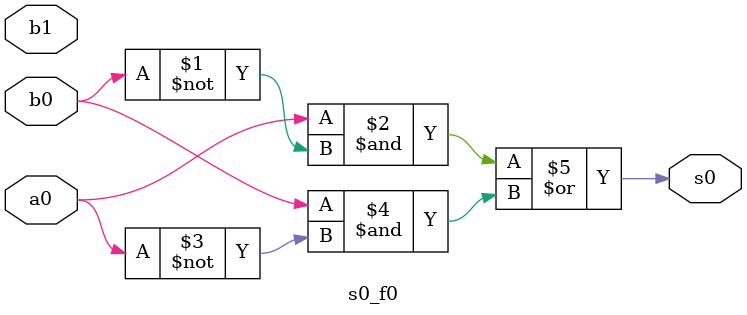
<source format=v>
module s0_f0(a0, b1, b0, s0);
  input a0, b1, b0;
  output s0;
  
	assign s0 = (a0 & ~b0) | (b0 & ~a0);


endmodule
</source>
